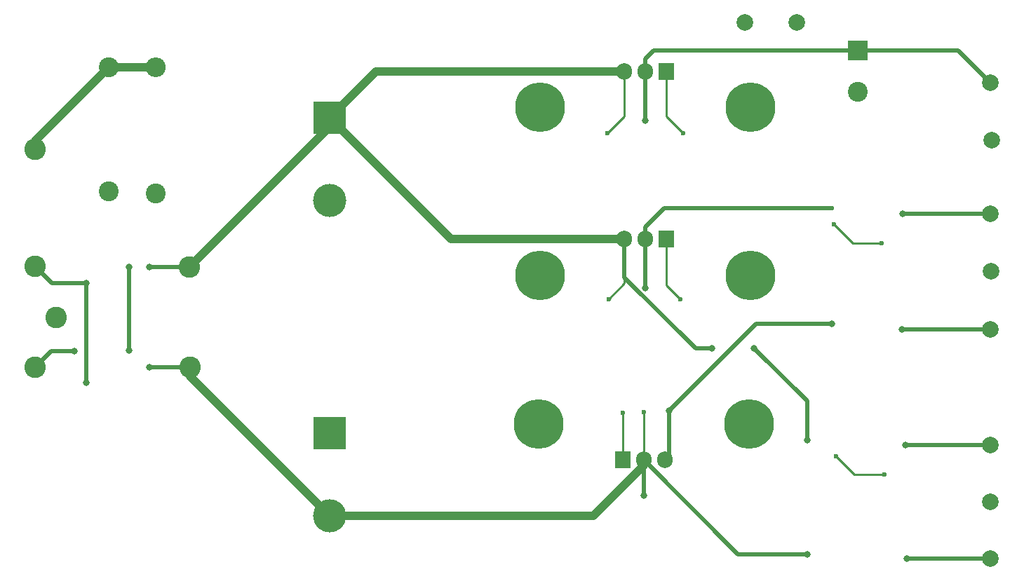
<source format=gbr>
G04 #@! TF.GenerationSoftware,KiCad,Pcbnew,(5.1.10-0-10_14)*
G04 #@! TF.CreationDate,2021-05-14T17:18:27+02:00*
G04 #@! TF.ProjectId,dac-psu,6461632d-7073-4752-9e6b-696361645f70,rev?*
G04 #@! TF.SameCoordinates,Original*
G04 #@! TF.FileFunction,Copper,L2,Bot*
G04 #@! TF.FilePolarity,Positive*
%FSLAX46Y46*%
G04 Gerber Fmt 4.6, Leading zero omitted, Abs format (unit mm)*
G04 Created by KiCad (PCBNEW (5.1.10-0-10_14)) date 2021-05-14 17:18:27*
%MOMM*%
%LPD*%
G01*
G04 APERTURE LIST*
G04 #@! TA.AperFunction,ComponentPad*
%ADD10C,2.000000*%
G04 #@! TD*
G04 #@! TA.AperFunction,ComponentPad*
%ADD11C,2.600000*%
G04 #@! TD*
G04 #@! TA.AperFunction,ComponentPad*
%ADD12O,2.400000X2.400000*%
G04 #@! TD*
G04 #@! TA.AperFunction,ComponentPad*
%ADD13C,2.400000*%
G04 #@! TD*
G04 #@! TA.AperFunction,ComponentPad*
%ADD14C,4.000000*%
G04 #@! TD*
G04 #@! TA.AperFunction,ComponentPad*
%ADD15R,4.000000X4.000000*%
G04 #@! TD*
G04 #@! TA.AperFunction,ComponentPad*
%ADD16O,1.905000X2.000000*%
G04 #@! TD*
G04 #@! TA.AperFunction,ComponentPad*
%ADD17R,1.905000X2.000000*%
G04 #@! TD*
G04 #@! TA.AperFunction,ComponentPad*
%ADD18C,6.000000*%
G04 #@! TD*
G04 #@! TA.AperFunction,ComponentPad*
%ADD19R,2.400000X2.400000*%
G04 #@! TD*
G04 #@! TA.AperFunction,ViaPad*
%ADD20C,0.600000*%
G04 #@! TD*
G04 #@! TA.AperFunction,ViaPad*
%ADD21C,0.800000*%
G04 #@! TD*
G04 #@! TA.AperFunction,Conductor*
%ADD22C,0.250000*%
G04 #@! TD*
G04 #@! TA.AperFunction,Conductor*
%ADD23C,1.000000*%
G04 #@! TD*
G04 #@! TA.AperFunction,Conductor*
%ADD24C,0.500000*%
G04 #@! TD*
G04 APERTURE END LIST*
D10*
X213233000Y-68770500D03*
X213106000Y-61785500D03*
X183451500Y-54483000D03*
X189738000Y-54483000D03*
X213106000Y-91630500D03*
X213169500Y-84582000D03*
X213106000Y-77660500D03*
X213106000Y-119316500D03*
X213106000Y-112395000D03*
X213106000Y-105600500D03*
D11*
X116459000Y-96139000D03*
X116395500Y-84074000D03*
D12*
X112331500Y-59944000D03*
D13*
X112331500Y-75184000D03*
D11*
X97790000Y-69850000D03*
D13*
X106680000Y-59930000D03*
X106680000Y-74930000D03*
D14*
X133350000Y-114140000D03*
D15*
X133350000Y-104140000D03*
D14*
X133350000Y-76040000D03*
D15*
X133350000Y-66040000D03*
D16*
X173799500Y-107378500D03*
X171259500Y-107378500D03*
D17*
X168719500Y-107378500D03*
D16*
X168910000Y-80708500D03*
X171450000Y-80708500D03*
D17*
X173990000Y-80708500D03*
D16*
X168910000Y-60452000D03*
X171450000Y-60452000D03*
D17*
X173990000Y-60452000D03*
D11*
X97790000Y-96139000D03*
X100330000Y-90170000D03*
X97790000Y-84010500D03*
D18*
X158559500Y-102997000D03*
X183959500Y-102997000D03*
X158750000Y-85090000D03*
X184150000Y-85090000D03*
X184150000Y-64770000D03*
X158750000Y-64770000D03*
D13*
X197104000Y-62912000D03*
D19*
X197104000Y-57912000D03*
D20*
X166878000Y-67868800D03*
D21*
X111569500Y-84074000D03*
D20*
X194500500Y-106934000D03*
X200342500Y-109093000D03*
D21*
X191008000Y-104965500D03*
D20*
X167005000Y-87947500D03*
D21*
X179451000Y-93916500D03*
X184594500Y-93853000D03*
X103949500Y-86042500D03*
X103949500Y-98044000D03*
X102552500Y-94234000D03*
X109093000Y-94170500D03*
X109093000Y-84074000D03*
D20*
X171246800Y-101549200D03*
D21*
X111569500Y-96139000D03*
X191008000Y-118745000D03*
X171259500Y-111696500D03*
D20*
X176022000Y-67868800D03*
D21*
X202819000Y-105600500D03*
X203009500Y-119316500D03*
X202501500Y-77660500D03*
X202438000Y-91630500D03*
X171450000Y-66357500D03*
D20*
X175641000Y-87947500D03*
X168719500Y-101663500D03*
X199961500Y-81216500D03*
X194183000Y-78930500D03*
D21*
X171420459Y-86580041D03*
D20*
X193929000Y-76962000D03*
D21*
X174307500Y-101409500D03*
X193929000Y-90932000D03*
D22*
X168910000Y-65836800D02*
X166878000Y-67868800D01*
X168910000Y-60452000D02*
X168910000Y-65836800D01*
X196659500Y-109093000D02*
X194500500Y-106934000D01*
X200342500Y-109093000D02*
X196659500Y-109093000D01*
D23*
X138938000Y-60452000D02*
X133350000Y-66040000D01*
X168910000Y-60452000D02*
X138938000Y-60452000D01*
X148018500Y-80708500D02*
X133350000Y-66040000D01*
X168910000Y-80708500D02*
X148018500Y-80708500D01*
D22*
X168910000Y-86042500D02*
X167005000Y-87947500D01*
X168910000Y-80708500D02*
X168910000Y-86042500D01*
D24*
X177498916Y-93916500D02*
X179451000Y-93916500D01*
X168910000Y-85327584D02*
X177498916Y-93916500D01*
X168910000Y-80708500D02*
X168910000Y-85327584D01*
X191008000Y-100266500D02*
X191008000Y-104965500D01*
X184594500Y-93853000D02*
X191008000Y-100266500D01*
X116395500Y-84074000D02*
X111569500Y-84074000D01*
D23*
X133350000Y-67119500D02*
X116395500Y-84074000D01*
X133350000Y-66040000D02*
X133350000Y-67119500D01*
D24*
X99822000Y-86042500D02*
X97790000Y-84010500D01*
X103949500Y-86042500D02*
X99822000Y-86042500D01*
X103949500Y-98044000D02*
X103949500Y-86042500D01*
D23*
X97917000Y-96012000D02*
X97790000Y-96139000D01*
D24*
X99695000Y-94234000D02*
X97790000Y-96139000D01*
X102552500Y-94234000D02*
X99695000Y-94234000D01*
X109093000Y-94170500D02*
X109093000Y-84074000D01*
D22*
X171259500Y-101561900D02*
X171246800Y-101549200D01*
X171259500Y-107378500D02*
X171259500Y-101561900D01*
D23*
X171259500Y-108051002D02*
X171259500Y-107378500D01*
X165170502Y-114140000D02*
X171259500Y-108051002D01*
X133350000Y-114140000D02*
X165170502Y-114140000D01*
D24*
X171259500Y-111696500D02*
X171259500Y-107378500D01*
X182626000Y-118745000D02*
X171259500Y-107378500D01*
X191008000Y-118745000D02*
X182626000Y-118745000D01*
X116459000Y-96139000D02*
X111569500Y-96139000D01*
D23*
X116459000Y-97249000D02*
X116459000Y-96139000D01*
X133350000Y-114140000D02*
X116459000Y-97249000D01*
D22*
X173990000Y-65836800D02*
X176022000Y-67868800D01*
X173990000Y-60452000D02*
X173990000Y-65836800D01*
D24*
X202819000Y-105600500D02*
X213106000Y-105600500D01*
X213042500Y-119316500D02*
X213106000Y-119380000D01*
X203009500Y-119316500D02*
X213106000Y-119316500D01*
X202501500Y-77660500D02*
X213106000Y-77660500D01*
X202438000Y-91630500D02*
X213106000Y-91630500D01*
X172490000Y-57912000D02*
X197104000Y-57912000D01*
X171450000Y-58952000D02*
X172490000Y-57912000D01*
X171450000Y-60452000D02*
X171450000Y-58952000D01*
X171450000Y-66357500D02*
X171450000Y-60452000D01*
X197104000Y-57912000D02*
X209232500Y-57912000D01*
X209232500Y-57912000D02*
X213106000Y-61785500D01*
D22*
X173990000Y-86296500D02*
X175641000Y-87947500D01*
X173990000Y-80708500D02*
X173990000Y-86296500D01*
X168719500Y-107378500D02*
X168719500Y-101663500D01*
X196469000Y-81216500D02*
X199961500Y-81216500D01*
X194183000Y-78930500D02*
X196469000Y-81216500D01*
D24*
X171420459Y-80738041D02*
X171450000Y-80708500D01*
X171420459Y-86580041D02*
X171420459Y-80738041D01*
X173696500Y-76962000D02*
X193929000Y-76962000D01*
X171450000Y-79208500D02*
X173696500Y-76962000D01*
X171450000Y-80708500D02*
X171450000Y-79208500D01*
X174307500Y-106870500D02*
X173799500Y-107378500D01*
X174307500Y-101409500D02*
X174307500Y-106870500D01*
X184785000Y-90932000D02*
X193929000Y-90932000D01*
X174307500Y-101409500D02*
X184785000Y-90932000D01*
D23*
X106694000Y-59944000D02*
X106680000Y-59930000D01*
X112331500Y-59944000D02*
X106694000Y-59944000D01*
X97790000Y-68820000D02*
X97790000Y-69850000D01*
X106680000Y-59930000D02*
X97790000Y-68820000D01*
M02*

</source>
